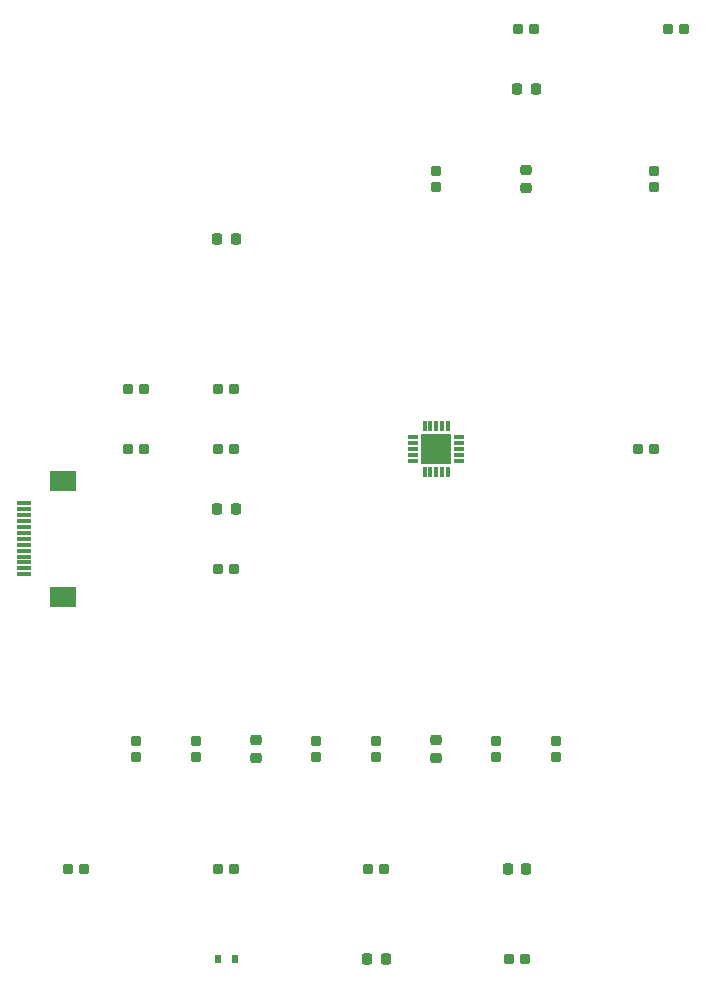
<source format=gbr>
%TF.GenerationSoftware,KiCad,Pcbnew,(6.0.7)*%
%TF.CreationDate,2022-08-17T17:24:52+08:00*%
%TF.ProjectId,asdfgg,61736466-6767-42e6-9b69-6361645f7063,rev?*%
%TF.SameCoordinates,Original*%
%TF.FileFunction,Paste,Top*%
%TF.FilePolarity,Positive*%
%FSLAX46Y46*%
G04 Gerber Fmt 4.6, Leading zero omitted, Abs format (unit mm)*
G04 Created by KiCad (PCBNEW (6.0.7)) date 2022-08-17 17:24:52*
%MOMM*%
%LPD*%
G01*
G04 APERTURE LIST*
G04 Aperture macros list*
%AMRoundRect*
0 Rectangle with rounded corners*
0 $1 Rounding radius*
0 $2 $3 $4 $5 $6 $7 $8 $9 X,Y pos of 4 corners*
0 Add a 4 corners polygon primitive as box body*
4,1,4,$2,$3,$4,$5,$6,$7,$8,$9,$2,$3,0*
0 Add four circle primitives for the rounded corners*
1,1,$1+$1,$2,$3*
1,1,$1+$1,$4,$5*
1,1,$1+$1,$6,$7*
1,1,$1+$1,$8,$9*
0 Add four rect primitives between the rounded corners*
20,1,$1+$1,$2,$3,$4,$5,0*
20,1,$1+$1,$4,$5,$6,$7,0*
20,1,$1+$1,$6,$7,$8,$9,0*
20,1,$1+$1,$8,$9,$2,$3,0*%
G04 Aperture macros list end*
%ADD10RoundRect,0.212500X-0.212500X-0.217500X0.212500X-0.217500X0.212500X0.217500X-0.212500X0.217500X0*%
%ADD11RoundRect,0.218750X0.218750X0.256250X-0.218750X0.256250X-0.218750X-0.256250X0.218750X-0.256250X0*%
%ADD12RoundRect,0.218750X0.256250X-0.218750X0.256250X0.218750X-0.256250X0.218750X-0.256250X-0.218750X0*%
%ADD13RoundRect,0.212500X0.217500X-0.212500X0.217500X0.212500X-0.217500X0.212500X-0.217500X-0.212500X0*%
%ADD14RoundRect,0.218750X-0.218750X-0.256250X0.218750X-0.256250X0.218750X0.256250X-0.218750X0.256250X0*%
%ADD15R,1.300000X0.300000*%
%ADD16R,2.200000X1.800000*%
%ADD17R,0.600000X0.700000*%
%ADD18RoundRect,0.212500X-0.217500X0.212500X-0.217500X-0.212500X0.217500X-0.212500X0.217500X0.212500X0*%
%ADD19RoundRect,0.212500X0.212500X0.217500X-0.212500X0.217500X-0.212500X-0.217500X0.212500X-0.217500X0*%
%ADD20R,0.850000X0.300000*%
%ADD21R,0.300000X0.850000*%
%ADD22R,2.650000X2.650000*%
%ADD23RoundRect,0.218750X-0.256250X0.218750X-0.256250X-0.218750X0.256250X-0.218750X0.256250X0.218750X0*%
G04 APERTURE END LIST*
D10*
%TO.C,R19*%
X177120000Y-76200000D03*
X178480000Y-76200000D03*
%TD*%
D11*
%TO.C,C2*%
X140487500Y-116840000D03*
X138912500Y-116840000D03*
%TD*%
D10*
%TO.C,R11*%
X126320000Y-147320000D03*
X127680000Y-147320000D03*
%TD*%
%TO.C,R13*%
X139020000Y-147320000D03*
X140380000Y-147320000D03*
%TD*%
D12*
%TO.C,C3*%
X157480000Y-137947500D03*
X157480000Y-136372500D03*
%TD*%
D13*
%TO.C,R20*%
X175940000Y-89580000D03*
X175940000Y-88220000D03*
%TD*%
D14*
%TO.C,C1*%
X163525000Y-147320000D03*
X165100000Y-147320000D03*
%TD*%
%TO.C,C7*%
X164312500Y-81280000D03*
X165887500Y-81280000D03*
%TD*%
D10*
%TO.C,R3*%
X139020000Y-106680000D03*
X140380000Y-106680000D03*
%TD*%
D15*
%TO.C,JP1*%
X122610000Y-122380000D03*
X122610000Y-121880000D03*
X122610000Y-121380000D03*
X122610000Y-120880000D03*
X122610000Y-120380000D03*
X122610000Y-119880000D03*
X122610000Y-119380000D03*
X122610000Y-118880000D03*
X122610000Y-118380000D03*
X122610000Y-117880000D03*
X122610000Y-117380000D03*
X122610000Y-116880000D03*
X122610000Y-116380000D03*
D16*
X125860000Y-124280000D03*
X125860000Y-114480000D03*
%TD*%
D14*
%TO.C,D1*%
X151612500Y-154940000D03*
X153187500Y-154940000D03*
%TD*%
D17*
%TO.C,D2*%
X139000000Y-154940000D03*
X140400000Y-154940000D03*
%TD*%
D18*
%TO.C,R8*%
X162560000Y-136480000D03*
X162560000Y-137840000D03*
%TD*%
D10*
%TO.C,R1*%
X131400000Y-106680000D03*
X132760000Y-106680000D03*
%TD*%
D12*
%TO.C,C5*%
X165100000Y-89687500D03*
X165100000Y-88112500D03*
%TD*%
D18*
%TO.C,R9*%
X167640000Y-136480000D03*
X167640000Y-137840000D03*
%TD*%
D10*
%TO.C,R14*%
X164420000Y-76200000D03*
X165780000Y-76200000D03*
%TD*%
%TO.C,R5*%
X139020000Y-121920000D03*
X140380000Y-121920000D03*
%TD*%
D19*
%TO.C,R15*%
X175940000Y-111760000D03*
X174580000Y-111760000D03*
%TD*%
%TO.C,R4*%
X140380000Y-111760000D03*
X139020000Y-111760000D03*
%TD*%
D20*
%TO.C,U1*%
X155530000Y-110760000D03*
X155530000Y-111260000D03*
X155530000Y-111760000D03*
X155530000Y-112260000D03*
X155530000Y-112760000D03*
D21*
X156480000Y-113710000D03*
X156980000Y-113710000D03*
X157480000Y-113710000D03*
X157980000Y-113710000D03*
X158480000Y-113710000D03*
D20*
X159430000Y-112760000D03*
X159430000Y-112260000D03*
X159430000Y-111760000D03*
X159430000Y-111260000D03*
X159430000Y-110760000D03*
D21*
X158480000Y-109810000D03*
X157980000Y-109810000D03*
X157480000Y-109810000D03*
X156980000Y-109810000D03*
X156480000Y-109810000D03*
D22*
X157480000Y-111760000D03*
%TD*%
D13*
%TO.C,R7*%
X152400000Y-137840000D03*
X152400000Y-136480000D03*
%TD*%
D19*
%TO.C,R6*%
X153080000Y-147320000D03*
X151720000Y-147320000D03*
%TD*%
D13*
%TO.C,R17*%
X132080000Y-137840000D03*
X132080000Y-136480000D03*
%TD*%
%TO.C,R10*%
X157480000Y-89580000D03*
X157480000Y-88220000D03*
%TD*%
D23*
%TO.C,C6*%
X142240000Y-136372500D03*
X142240000Y-137947500D03*
%TD*%
D10*
%TO.C,R2*%
X131400000Y-111760000D03*
X132760000Y-111760000D03*
%TD*%
D14*
%TO.C,C4*%
X138912500Y-93980000D03*
X140487500Y-93980000D03*
%TD*%
D13*
%TO.C,R18*%
X137160000Y-137840000D03*
X137160000Y-136480000D03*
%TD*%
D19*
%TO.C,R16*%
X164992500Y-154940000D03*
X163632500Y-154940000D03*
%TD*%
D18*
%TO.C,R12*%
X147320000Y-136480000D03*
X147320000Y-137840000D03*
%TD*%
M02*

</source>
